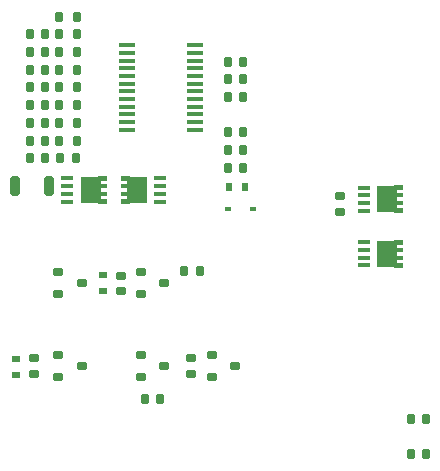
<source format=gtp>
%TF.GenerationSoftware,KiCad,Pcbnew,(6.0.11)*%
%TF.CreationDate,2023-07-04T18:20:15-04:00*%
%TF.ProjectId,Batt_Rev20,42617474-5f52-4657-9632-302e6b696361,rev?*%
%TF.SameCoordinates,Original*%
%TF.FileFunction,Paste,Top*%
%TF.FilePolarity,Positive*%
%FSLAX46Y46*%
G04 Gerber Fmt 4.6, Leading zero omitted, Abs format (unit mm)*
G04 Created by KiCad (PCBNEW (6.0.11)) date 2023-07-04 18:20:15*
%MOMM*%
%LPD*%
G01*
G04 APERTURE LIST*
G04 Aperture macros list*
%AMRoundRect*
0 Rectangle with rounded corners*
0 $1 Rounding radius*
0 $2 $3 $4 $5 $6 $7 $8 $9 X,Y pos of 4 corners*
0 Add a 4 corners polygon primitive as box body*
4,1,4,$2,$3,$4,$5,$6,$7,$8,$9,$2,$3,0*
0 Add four circle primitives for the rounded corners*
1,1,$1+$1,$2,$3*
1,1,$1+$1,$4,$5*
1,1,$1+$1,$6,$7*
1,1,$1+$1,$8,$9*
0 Add four rect primitives between the rounded corners*
20,1,$1+$1,$2,$3,$4,$5,0*
20,1,$1+$1,$4,$5,$6,$7,0*
20,1,$1+$1,$6,$7,$8,$9,0*
20,1,$1+$1,$8,$9,$2,$3,0*%
%AMFreePoly0*
4,1,21,1.372500,0.787500,0.862500,0.787500,0.862500,0.532500,1.372500,0.532500,1.372500,0.127500,0.862500,0.127500,0.862500,-0.127500,1.372500,-0.127500,1.372500,-0.532500,0.862500,-0.532500,0.862500,-0.787500,1.372500,-0.787500,1.372500,-1.195000,0.612500,-1.195000,0.612500,-1.117500,-0.862500,-1.117500,-0.862500,1.117500,0.612500,1.117500,0.612500,1.195000,1.372500,1.195000,
1.372500,0.787500,1.372500,0.787500,$1*%
G04 Aperture macros list end*
%ADD10RoundRect,0.175000X-0.175000X-0.275000X0.175000X-0.275000X0.175000X0.275000X-0.175000X0.275000X0*%
%ADD11RoundRect,0.150000X0.150000X0.300000X-0.150000X0.300000X-0.150000X-0.300000X0.150000X-0.300000X0*%
%ADD12RoundRect,0.150000X-0.150000X-0.300000X0.150000X-0.300000X0.150000X0.300000X-0.150000X0.300000X0*%
%ADD13RoundRect,0.150000X-0.300000X0.150000X-0.300000X-0.150000X0.300000X-0.150000X0.300000X0.150000X0*%
%ADD14RoundRect,0.175000X-0.275000X-0.175000X0.275000X-0.175000X0.275000X0.175000X-0.275000X0.175000X0*%
%ADD15R,0.990000X0.405000*%
%ADD16FreePoly0,180.000000*%
%ADD17RoundRect,0.177778X-0.222222X-0.697222X0.222222X-0.697222X0.222222X0.697222X-0.222222X0.697222X0*%
%ADD18RoundRect,0.175000X0.175000X0.275000X-0.175000X0.275000X-0.175000X-0.275000X0.175000X-0.275000X0*%
%ADD19FreePoly0,0.000000*%
%ADD20R,0.600000X0.450000*%
%ADD21R,0.700000X0.600000*%
%ADD22RoundRect,0.150000X0.300000X-0.150000X0.300000X0.150000X-0.300000X0.150000X-0.300000X-0.150000X0*%
%ADD23R,0.600000X0.700000*%
%ADD24RoundRect,0.100000X-0.600000X-0.100000X0.600000X-0.100000X0.600000X0.100000X-0.600000X0.100000X0*%
G04 APERTURE END LIST*
D10*
%TO.C,C6*%
X105062500Y-75925000D03*
X106612500Y-75925000D03*
%TD*%
D11*
%TO.C,R11*%
X106487500Y-77425000D03*
X105187500Y-77425000D03*
%TD*%
D12*
%TO.C,R20*%
X119387500Y-69245000D03*
X120687500Y-69245000D03*
%TD*%
D13*
%TO.C,R23*%
X128900000Y-80650000D03*
X128900000Y-81950000D03*
%TD*%
D14*
%TO.C,Q5*%
X118000000Y-94050000D03*
X118000000Y-95950000D03*
X120000000Y-95000000D03*
%TD*%
D15*
%TO.C,Q3*%
X113660000Y-81090000D03*
X113660000Y-80430000D03*
X113660000Y-79770000D03*
X113660000Y-79110000D03*
D16*
X111667500Y-80100000D03*
%TD*%
D11*
%TO.C,R16*%
X120687500Y-72225000D03*
X119387500Y-72225000D03*
%TD*%
D12*
%TO.C,R4*%
X102587500Y-69925000D03*
X103887500Y-69925000D03*
%TD*%
D11*
%TO.C,R13*%
X120687500Y-70725000D03*
X119387500Y-70725000D03*
%TD*%
D17*
%TO.C,R7*%
X101375000Y-79800000D03*
X104275000Y-79800000D03*
%TD*%
D12*
%TO.C,R5*%
X102587500Y-68425000D03*
X103887500Y-68425000D03*
%TD*%
D18*
%TO.C,C2*%
X106612500Y-71425000D03*
X105062500Y-71425000D03*
%TD*%
D15*
%TO.C,Q2*%
X105790000Y-79110000D03*
X105790000Y-79770000D03*
X105790000Y-80430000D03*
X105790000Y-81090000D03*
D19*
X107782500Y-80100000D03*
%TD*%
D20*
%TO.C,D1*%
X119387500Y-81725000D03*
X121487500Y-81725000D03*
%TD*%
D14*
%TO.C,Q4*%
X105000000Y-94050000D03*
X105000000Y-95950000D03*
X107000000Y-95000000D03*
%TD*%
D12*
%TO.C,R2*%
X102587500Y-72925000D03*
X103887500Y-72925000D03*
%TD*%
D13*
%TO.C,R24*%
X110300000Y-87350000D03*
X110300000Y-88650000D03*
%TD*%
D18*
%TO.C,C8*%
X106612500Y-66925000D03*
X105062500Y-66925000D03*
%TD*%
D12*
%TO.C,R12*%
X119387500Y-78225000D03*
X120687500Y-78225000D03*
%TD*%
D15*
%TO.C,Q9*%
X130865000Y-84510000D03*
X130865000Y-85170000D03*
X130865000Y-85830000D03*
X130865000Y-86490000D03*
D19*
X132857500Y-85500000D03*
%TD*%
D12*
%TO.C,R1*%
X134850000Y-99500000D03*
X136150000Y-99500000D03*
%TD*%
D21*
%TO.C,D2*%
X101400000Y-94400000D03*
X101400000Y-95800000D03*
%TD*%
D14*
%TO.C,Q6*%
X112000000Y-87050000D03*
X112000000Y-88950000D03*
X114000000Y-88000000D03*
%TD*%
D21*
%TO.C,D4*%
X108800000Y-87300000D03*
X108800000Y-88700000D03*
%TD*%
D18*
%TO.C,C3*%
X106612500Y-69925000D03*
X105062500Y-69925000D03*
%TD*%
%TO.C,C5*%
X106612500Y-65425000D03*
X105062500Y-65425000D03*
%TD*%
D11*
%TO.C,R21*%
X117000000Y-87000000D03*
X115700000Y-87000000D03*
%TD*%
D12*
%TO.C,R22*%
X134850000Y-102500000D03*
X136150000Y-102500000D03*
%TD*%
D14*
%TO.C,Q1*%
X112000000Y-94050000D03*
X112000000Y-95950000D03*
X114000000Y-95000000D03*
%TD*%
D11*
%TO.C,R10*%
X103887500Y-77425000D03*
X102587500Y-77425000D03*
%TD*%
D10*
%TO.C,C7*%
X105062500Y-74425000D03*
X106612500Y-74425000D03*
%TD*%
D22*
%TO.C,R18*%
X116300000Y-95650000D03*
X116300000Y-94350000D03*
%TD*%
D14*
%TO.C,Q7*%
X105000000Y-87050000D03*
X105000000Y-88950000D03*
X107000000Y-88000000D03*
%TD*%
D18*
%TO.C,C4*%
X106612500Y-68425000D03*
X105062500Y-68425000D03*
%TD*%
D15*
%TO.C,Q8*%
X130865000Y-79910000D03*
X130865000Y-80570000D03*
X130865000Y-81230000D03*
X130865000Y-81890000D03*
D19*
X132857500Y-80900000D03*
%TD*%
D13*
%TO.C,R15*%
X103000000Y-94350000D03*
X103000000Y-95650000D03*
%TD*%
D11*
%TO.C,R14*%
X120687500Y-76725000D03*
X119387500Y-76725000D03*
%TD*%
D18*
%TO.C,C1*%
X106612500Y-72925000D03*
X105062500Y-72925000D03*
%TD*%
D11*
%TO.C,R17*%
X113650000Y-97800000D03*
X112350000Y-97800000D03*
%TD*%
D12*
%TO.C,R8*%
X102587500Y-74425000D03*
X103887500Y-74425000D03*
%TD*%
D23*
%TO.C,D3*%
X119437500Y-79825000D03*
X120837500Y-79825000D03*
%TD*%
D24*
%TO.C,U1*%
X110837500Y-67850000D03*
X110837500Y-68500000D03*
X110837500Y-69150000D03*
X110837500Y-69800000D03*
X110837500Y-70450000D03*
X110837500Y-71100000D03*
X110837500Y-71750000D03*
X110837500Y-72400000D03*
X110837500Y-73050000D03*
X110837500Y-73700000D03*
X110837500Y-74350000D03*
X110837500Y-75000000D03*
X116637500Y-75000000D03*
X116637500Y-74350000D03*
X116637500Y-73700000D03*
X116637500Y-73050000D03*
X116637500Y-72400000D03*
X116637500Y-71750000D03*
X116637500Y-71100000D03*
X116637500Y-70450000D03*
X116637500Y-69800000D03*
X116637500Y-69150000D03*
X116637500Y-68500000D03*
X116637500Y-67850000D03*
%TD*%
D12*
%TO.C,R6*%
X102587500Y-66925000D03*
X103887500Y-66925000D03*
%TD*%
%TO.C,R19*%
X119387500Y-75225000D03*
X120687500Y-75225000D03*
%TD*%
%TO.C,R3*%
X102587500Y-71425000D03*
X103887500Y-71425000D03*
%TD*%
D11*
%TO.C,R9*%
X103887500Y-75925000D03*
X102587500Y-75925000D03*
%TD*%
M02*

</source>
